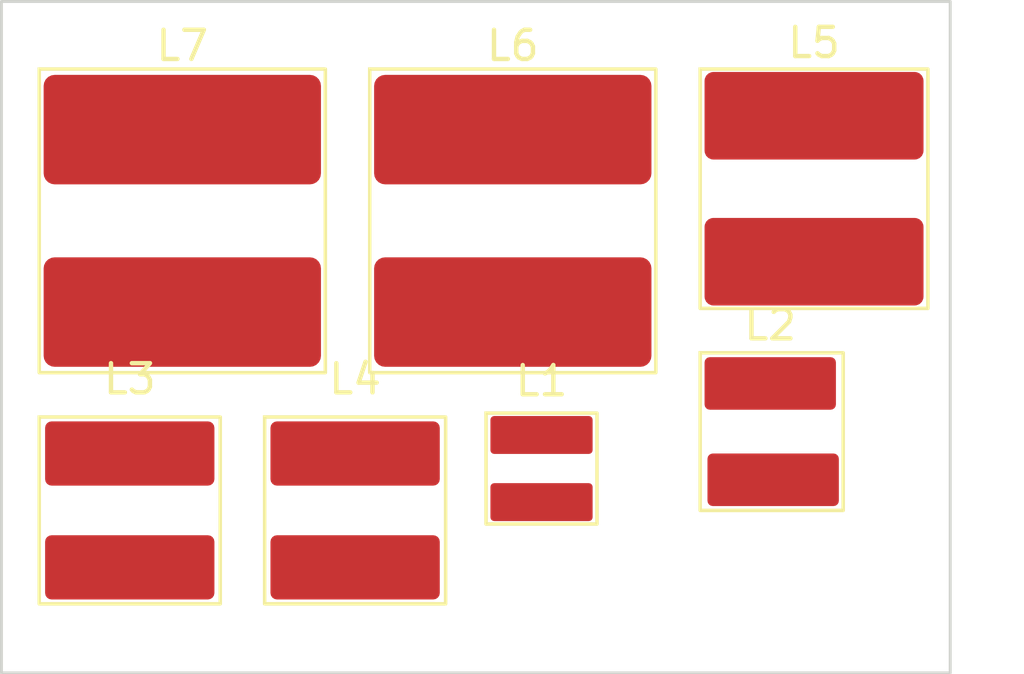
<source format=kicad_pcb>
(kicad_pcb (version 20240108) (generator "pcbnew") (generator_version "8.0")
  (layers (0 "F.Cu" signal) (31 "B.Cu" signal) (34 "B.Paste" user) (35 "F.Paste" user) (36 "B.SilkS" user "B.Silkscreen") (37 "F.SilkS" user "F.Silkscreen") (38 "B.Mask" user) (39 "F.Mask" user) (44 "Edge.Cuts" user))
  (net 0 "")
  (footprint "me-tech:CD75" (layer "F.Cu") (at 137.835 71.415)
    (property "Reference" "L5" (at 0 -5 0) (layer "F.SilkS"))
    (property "Value" "INDUCTOR")
    (fp_rect (start -3.9 -4.1) (end 3.9 4.1) (stroke (width 0.12)) (fill none) (layer "F.SilkS"))
    (pad "1" smd roundrect (at 0 -2.5) (size 7.5 3) (layers "F.Cu" "F.Paste" "F.Mask") (roundrect_rratio 0.1))
    (pad "2" smd roundrect (at 0 2.5) (size 7.5 3) (layers "F.Cu" "F.Paste" "F.Mask") (roundrect_rratio 0.1))
  )
  (footprint "me-tech:CD105F" (layer "F.Cu") (at 116.195 72.515)
    (property "Reference" "L7" (at 0 -6 0) (layer "F.SilkS"))
    (property "Value" "INDUCTOR")
    (fp_rect (start -4.9 -5.2) (end 4.9 5.2) (stroke (width 0.12)) (fill none) (layer "F.SilkS"))
    (pad "1" smd roundrect (at 0 -3.125) (size 9.5 3.75) (layers "F.Cu" "F.Paste" "F.Mask") (roundrect_rratio 0.1))
    (pad "2" smd roundrect (at 0 3.125) (size 9.5 3.75) (layers "F.Cu" "F.Paste" "F.Mask") (roundrect_rratio 0.1))
  )
  (footprint "me-tech:CD54" (layer "F.Cu") (at 114.395 82.435)
    (property "Reference" "L3" (at 0 -4.5 0) (layer "F.SilkS"))
    (property "Value" "INDUCTOR")
    (fp_rect (start -3.1 -3.2) (end 3.1 3.2) (stroke (width 0.12)) (fill none) (layer "F.SilkS"))
    (pad "1" smd roundrect (at 0 -1.95) (size 5.8 2.2) (layers "F.Cu" "F.Paste" "F.Mask") (roundrect_rratio 0.1))
    (pad "2" smd roundrect (at 0 1.95) (size 5.8 2.2) (layers "F.Cu" "F.Paste" "F.Mask") (roundrect_rratio 0.1))
  )
  (footprint "me-tech:CD32" (layer "F.Cu") (at 128.5 81)
    (property "Reference" "L1" (at 0 -3 0) (layer "F.SilkS"))
    (property "Value" "INDUCTOR")
    (fp_rect (start -1.9 -1.9) (end 1.9 1.9) (stroke (width 0.12)) (fill none) (layer "F.SilkS"))
    (pad "1" smd roundrect (at 0 -1.15) (size 3.5 1.3) (layers "F.Cu" "F.Paste" "F.Mask") (roundrect_rratio 0.1))
    (pad "2" smd roundrect (at 0 1.15) (size 3.5 1.3) (layers "F.Cu" "F.Paste" "F.Mask") (roundrect_rratio 0.1))
  )
  (footprint "me-tech:CD104F" (layer "F.Cu") (at 127.515 72.515)
    (property "Reference" "L6" (at 0 -6 0) (layer "F.SilkS"))
    (property "Value" "INDUCTOR")
    (fp_rect (start -4.9 -5.2) (end 4.9 5.2) (stroke (width 0.12)) (fill none) (layer "F.SilkS"))
    (pad "1" smd roundrect (at 0 -3.125) (size 9.5 3.75) (layers "F.Cu" "F.Paste" "F.Mask") (roundrect_rratio 0.1))
    (pad "2" smd roundrect (at 0 3.125) (size 9.5 3.75) (layers "F.Cu" "F.Paste" "F.Mask") (roundrect_rratio 0.1))
  )
  (footprint "me-tech:CD43" (layer "F.Cu") (at 136.335 79.735)
    (property "Reference" "L2" (at 0 -3.65 0) (layer "F.SilkS"))
    (property "Value" "INDUCTOR")
    (fp_rect (start -2.4 -2.7) (end 2.5 2.7) (stroke (width 0.12)) (fill none) (layer "F.SilkS"))
    (pad "1" smd roundrect (at 0 -1.65) (size 4.5 1.8) (layers "F.Cu" "F.Paste" "F.Mask") (roundrect_rratio 0.1))
    (pad "2" smd roundrect (at 0.1 1.65) (size 4.5 1.8) (layers "F.Cu" "F.Paste" "F.Mask") (roundrect_rratio 0.1))
  )
  (footprint "me-tech:CD53" (layer "F.Cu") (at 122.115 82.435)
    (property "Reference" "L4" (at 0 -4.5 0) (layer "F.SilkS"))
    (property "Value" "INDUCTOR")
    (fp_rect (start -3.1 -3.2) (end 3.1 3.2) (stroke (width 0.12)) (fill none) (layer "F.SilkS"))
    (pad "1" smd roundrect (at 0 -1.95) (size 5.8 2.2) (layers "F.Cu" "F.Paste" "F.Mask") (roundrect_rratio 0.1))
    (pad "2" smd roundrect (at 0 1.95) (size 5.8 2.2) (layers "F.Cu" "F.Paste" "F.Mask") (roundrect_rratio 0.1))
  )
  (gr_rect (start 110 65) (end 142.5 88) (stroke (width 0.1)) (fill none) (layer "Edge.Cuts"))
  (gr_rect (start 145 86.5) (end 145 86.5) (stroke (width 0.1)) (fill none) (layer "Edge.Cuts"))
)
</source>
